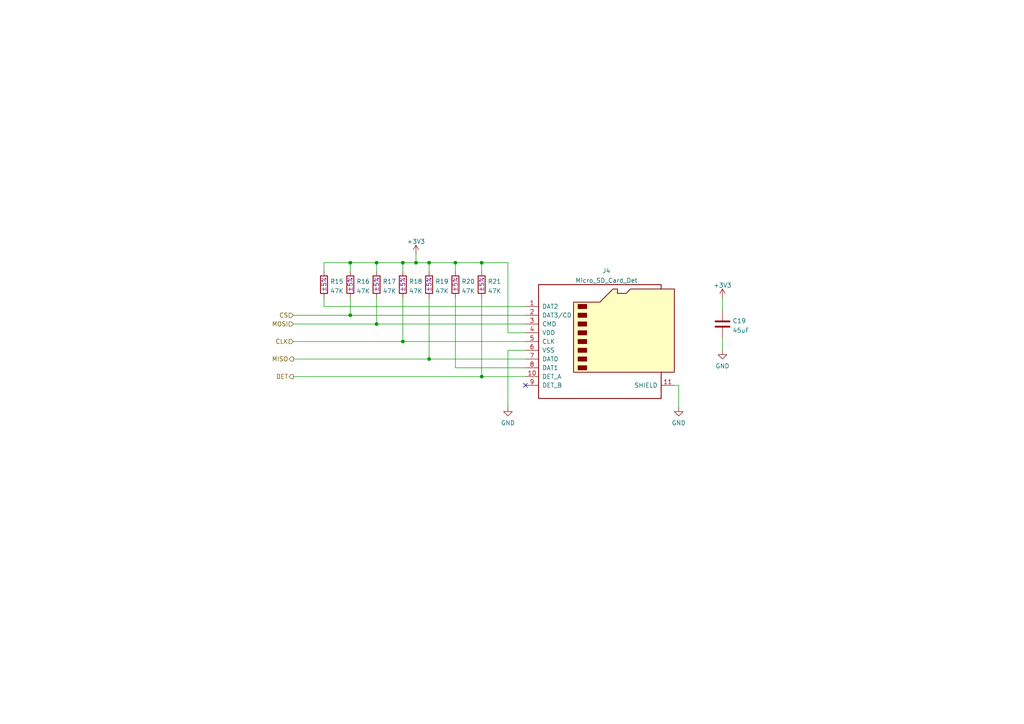
<source format=kicad_sch>
(kicad_sch (version 20211123) (generator eeschema)
  (paper "A4")
  (title_block (title "Main Board") (date "2022-03-19") (rev "V1.1.2") (company "Matthew Nickson") (comment 1 "Licence: CC-BY-SA-4.0"))
  (lib_symbols
    (symbol "Connector:Micro_SD_Card_Det" (pin_names (offset 1.016))
      (property "Reference" "J" (at -16.51 17.78 0))
      (property "Value" "Micro_SD_Card_Det" (at 16.51 17.78 0))
      (symbol "Micro_SD_Card_Det_0_1"
        (rectangle (start -7.62 -6.985) (end -5.08 -8.255) (fill (type outline)))
        (rectangle (start -7.62 -4.445) (end -5.08 -5.715) (fill (type outline)))
        (rectangle (start -7.62 -1.905) (end -5.08 -3.175) (fill (type outline)))
        (rectangle (start -7.62 0.635) (end -5.08 -0.635) (fill (type outline)))
        (rectangle (start -7.62 3.175) (end -5.08 1.905) (fill (type outline)))
        (rectangle (start -7.62 5.715) (end -5.08 4.445) (fill (type outline)))
        (rectangle (start -7.62 8.255) (end -5.08 6.985) (fill (type outline)))
        (rectangle (start -7.62 10.795) (end -5.08 9.525) (fill (type outline)))
        (polyline (pts (xy 16.51 15.24) (xy 16.51 16.51) (xy -19.05 16.51) (xy -19.05 -16.51) (xy 16.51 -16.51) (xy 16.51 -8.89)) (stroke (width 0.254)))
        (polyline (pts (xy -8.89 -8.89) (xy -8.89 11.43) (xy -1.27 11.43) (xy 2.54 15.24) (xy 3.81 15.24) (xy 3.81 13.97) (xy 6.35 13.97) (xy 7.62 15.24) (xy 20.32 15.24) (xy 20.32 -8.89) (xy -8.89 -8.89)) (stroke (width 0.254)) (fill (type background)))
      )
      (symbol "Micro_SD_Card_Det_1_1"
        (pin bidirectional line (at -22.86 10.16 0) (length 3.81) (name "DAT2") (number "1"))
        (pin passive line (at -22.86 -10.16 0) (length 3.81) (name "DET_A") (number "10"))
        (pin passive line (at 20.32 -12.7 180) (length 3.81) (name "SHIELD") (number "11"))
        (pin bidirectional line (at -22.86 7.62 0) (length 3.81) (name "DAT3/CD") (number "2"))
        (pin input line (at -22.86 5.08 0) (length 3.81) (name "CMD") (number "3"))
        (pin power_in line (at -22.86 2.54 0) (length 3.81) (name "VDD") (number "4"))
        (pin input line (at -22.86 0 0) (length 3.81) (name "CLK") (number "5"))
        (pin power_in line (at -22.86 -2.54 0) (length 3.81) (name "VSS") (number "6"))
        (pin bidirectional line (at -22.86 -5.08 0) (length 3.81) (name "DAT0") (number "7"))
        (pin bidirectional line (at -22.86 -7.62 0) (length 3.81) (name "DAT1") (number "8"))
        (pin passive line (at -22.86 -12.7 0) (length 3.81) (name "DET_B") (number "9"))
      )
    )
    (symbol "Device:C" (pin_numbers hide) (pin_names (offset 0.254))
      (property "Reference" "C" (at 0.635 2.54 0))
      (property "Value" "C" (at 0.635 -2.54 0))
      (symbol "C_0_1"
        (polyline (pts (xy -2.032 -0.762) (xy 2.032 -0.762)) (stroke (width 0.508)))
        (polyline (pts (xy -2.032 0.762) (xy 2.032 0.762)) (stroke (width 0.508)))
      )
      (symbol "C_1_1"
        (pin passive line (at 0 3.81 270) (length 2.794) (name "~") (number "1"))
        (pin passive line (at 0 -3.81 90) (length 2.794) (name "~") (number "2"))
      )
    )
    (symbol "Device:R" (pin_numbers hide) (pin_names (offset 0))
      (property "Reference" "R" (at 2.032 0 90))
      (property "Value" "R" (at 0 0 90))
      (symbol "R_0_1"
        (rectangle (start -1.016 -2.54) (end 1.016 2.54) (stroke (width 0.254)))
      )
      (symbol "R_1_1"
        (pin passive line (at 0 3.81 270) (length 1.27) (name "~") (number "1"))
        (pin passive line (at 0 -3.81 90) (length 1.27) (name "~") (number "2"))
      )
    )
    (symbol "power:+3V3" (power) (pin_names (offset 0))
      (property "Value" "+3V3" (at 0 3.556 0))
      (symbol "+3V3_0_1"
        (polyline (pts (xy -0.762 1.27) (xy 0 2.54)))
        (polyline (pts (xy 0 0) (xy 0 2.54)))
        (polyline (pts (xy 0 2.54) (xy 0.762 1.27)))
      )
      (symbol "+3V3_1_1"
        (pin power_in line (at 0 0 90) (length 0) hide (name "+3V3") (number "1"))
      )
    )
    (symbol "power:GND" (power) (pin_names (offset 0))
      (property "Value" "GND" (at 0 -3.81 0))
      (symbol "GND_0_1"
        (polyline (pts (xy 0 0) (xy 0 -1.27) (xy 1.27 -1.27) (xy 0 -2.54) (xy -1.27 -1.27) (xy 0 -1.27)))
      )
      (symbol "GND_1_1"
        (pin power_in line (at 0 0 270) (length 0) hide (name "GND") (number "1"))
      )
    )
  )
  (junction (at 139.7 76.2))
  (junction (at 116.84 99.06))
  (junction (at 109.22 93.98))
  (junction (at 101.6 91.44))
  (junction (at 116.84 76.2))
  (junction (at 124.46 76.2))
  (junction (at 101.6 76.2))
  (junction (at 132.08 76.2))
  (junction (at 139.7 109.22))
  (junction (at 124.46 104.14))
  (junction (at 120.65 76.2))
  (junction (at 109.22 76.2))
  (no_connect (at 152.4 111.76))
  (wire (pts (xy 93.98 86.36) (xy 93.98 88.9)))
  (wire (pts (xy 109.22 76.2) (xy 109.22 78.74)))
  (wire (pts (xy 132.08 76.2) (xy 139.7 76.2)))
  (wire (pts (xy 147.32 96.52) (xy 152.4 96.52)))
  (wire (pts (xy 209.55 97.79) (xy 209.55 101.6)))
  (wire (pts (xy 120.65 73.66) (xy 120.65 76.2)))
  (wire (pts (xy 109.22 76.2) (xy 116.84 76.2)))
  (wire (pts (xy 147.32 76.2) (xy 147.32 96.52)))
  (wire (pts (xy 124.46 76.2) (xy 124.46 78.74)))
  (wire (pts (xy 132.08 86.36) (xy 132.08 106.68)))
  (wire (pts (xy 196.85 111.76) (xy 196.85 118.11)))
  (wire (pts (xy 109.22 86.36) (xy 109.22 93.98)))
  (wire (pts (xy 116.84 76.2) (xy 116.84 78.74)))
  (wire (pts (xy 124.46 76.2) (xy 132.08 76.2)))
  (wire (pts (xy 93.98 76.2) (xy 101.6 76.2)))
  (wire (pts (xy 116.84 86.36) (xy 116.84 99.06)))
  (wire (pts (xy 132.08 76.2) (xy 132.08 78.74)))
  (wire (pts (xy 147.32 101.6) (xy 147.32 118.11)))
  (wire (pts (xy 132.08 106.68) (xy 152.4 106.68)))
  (wire (pts (xy 139.7 86.36) (xy 139.7 109.22)))
  (wire (pts (xy 120.65 76.2) (xy 124.46 76.2)))
  (wire (pts (xy 101.6 91.44) (xy 152.4 91.44)))
  (wire (pts (xy 195.58 111.76) (xy 196.85 111.76)))
  (wire (pts (xy 85.09 109.22) (xy 139.7 109.22)))
  (wire (pts (xy 116.84 99.06) (xy 152.4 99.06)))
  (wire (pts (xy 152.4 101.6) (xy 147.32 101.6)))
  (wire (pts (xy 101.6 86.36) (xy 101.6 91.44)))
  (wire (pts (xy 139.7 76.2) (xy 139.7 78.74)))
  (wire (pts (xy 93.98 78.74) (xy 93.98 76.2)))
  (wire (pts (xy 85.09 93.98) (xy 109.22 93.98)))
  (wire (pts (xy 101.6 76.2) (xy 109.22 76.2)))
  (wire (pts (xy 139.7 109.22) (xy 152.4 109.22)))
  (wire (pts (xy 85.09 91.44) (xy 101.6 91.44)))
  (wire (pts (xy 85.09 104.14) (xy 124.46 104.14)))
  (wire (pts (xy 124.46 104.14) (xy 152.4 104.14)))
  (wire (pts (xy 124.46 86.36) (xy 124.46 104.14)))
  (wire (pts (xy 109.22 93.98) (xy 152.4 93.98)))
  (wire (pts (xy 209.55 86.36) (xy 209.55 90.17)))
  (wire (pts (xy 116.84 76.2) (xy 120.65 76.2)))
  (wire (pts (xy 101.6 76.2) (xy 101.6 78.74)))
  (wire (pts (xy 85.09 99.06) (xy 116.84 99.06)))
  (wire (pts (xy 139.7 76.2) (xy 147.32 76.2)))
  (wire (pts (xy 93.98 88.9) (xy 152.4 88.9)))
  (hierarchical_label "MOSI" (shape input) (at 85.09 93.98 180))
  (hierarchical_label "DET" (shape output) (at 85.09 109.22 180))
  (hierarchical_label "CS" (shape input) (at 85.09 91.44 180))
  (hierarchical_label "MISO" (shape output) (at 85.09 104.14 180))
  (hierarchical_label "CLK" (shape input) (at 85.09 99.06 180))
  (symbol (lib_id "Device:R") (at 116.84 82.55 0) (unit 1)
    (property "Reference" "R18" (at 118.618 81.6415 0) (effects (justify left)))
    (property "Value" "47K" (at 118.618 84.4166 0) (effects (justify left)))
    (property "Footprint" "Resistor_SMD:R_0805_2012Metric" (effects hide))
    (property "Tolerance" "±5%" (at 116.84 82.55 90))
  )
  (symbol (lib_id "power:+3V3") (at 120.65 73.66 0) (unit 1)
    (property "Reference" "#PWR034" (effects hide))
    (property "Value" "+3V3" (at 120.65 70.0555 0))
  )
  (symbol (lib_id "Device:R") (at 132.08 82.55 0) (unit 1)
    (property "Reference" "R20" (at 133.858 81.6415 0) (effects (justify left)))
    (property "Value" "47K" (at 133.858 84.4166 0) (effects (justify left)))
    (property "Footprint" "Resistor_SMD:R_0805_2012Metric" (effects hide))
    (property "Tolerance" "±5%" (at 132.08 82.55 90))
  )
  (symbol (lib_id "power:GND") (at 209.55 101.6 0) (unit 1)
    (property "Reference" "#PWR038" (effects hide))
    (property "Value" "GND" (at 209.55 106.1625 0))
  )
  (symbol (lib_id "Device:R") (at 101.6 82.55 0) (unit 1)
    (property "Reference" "R16" (at 103.378 81.6415 0) (effects (justify left)))
    (property "Value" "47K" (at 103.378 84.4166 0) (effects (justify left)))
    (property "Footprint" "Resistor_SMD:R_0805_2012Metric" (effects hide))
    (property "Tolerance" "±5%" (at 101.6 82.55 90))
  )
  (symbol (lib_id "Device:C") (at 209.55 93.98 0) (unit 1)
    (property "Reference" "C19" (at 212.471 93.0715 0) (effects (justify left)))
    (property "Value" "45uF" (at 212.471 95.8466 0) (effects (justify left)))
    (property "Footprint" "Capacitor_SMD:CP_Elec_4x3" (effects hide))
  )
  (symbol (lib_id "Connector:Micro_SD_Card_Det") (at 175.26 99.06 0) (unit 1)
    (property "Reference" "J4" (at 175.895 78.5835 0))
    (property "Value" "Micro_SD_Card_Det" (at 175.895 81.3586 0))
    (property "Footprint" "Connector_Card:microSD_HC_Molex_104031-0811" (effects hide))
    (property "Datasheet" "https://www.hirose.com/product/en/download_file/key_name/DM3/category/Catalog/doc_file_id/49662/?file_category_id=4&item_id=195&is_series=1" (effects hide))
  )
  (symbol (lib_id "Device:R") (at 109.22 82.55 0) (unit 1)
    (property "Reference" "R17" (at 110.998 81.6415 0) (effects (justify left)))
    (property "Value" "47K" (at 110.998 84.4166 0) (effects (justify left)))
    (property "Footprint" "Resistor_SMD:R_0805_2012Metric" (effects hide))
    (property "Tolerance" "±5%" (at 109.22 82.55 90))
  )
  (symbol (lib_id "Device:R") (at 124.46 82.55 0) (unit 1)
    (property "Reference" "R19" (at 126.238 81.6415 0) (effects (justify left)))
    (property "Value" "47K" (at 126.238 84.4166 0) (effects (justify left)))
    (property "Footprint" "Resistor_SMD:R_0805_2012Metric" (effects hide))
    (property "Tolerance" "±5%" (at 124.46 82.55 90))
  )
  (symbol (lib_id "power:GND") (at 147.32 118.11 0) (unit 1)
    (property "Reference" "#PWR035" (effects hide))
    (property "Value" "GND" (at 147.32 122.6725 0))
  )
  (symbol (lib_id "Device:R") (at 139.7 82.55 0) (unit 1)
    (property "Reference" "R21" (at 141.478 81.6415 0) (effects (justify left)))
    (property "Value" "47K" (at 141.478 84.4166 0) (effects (justify left)))
    (property "Footprint" "Resistor_SMD:R_0805_2012Metric" (effects hide))
    (property "Tolerance" "±5%" (at 139.7 82.55 90))
  )
  (symbol (lib_id "power:GND") (at 196.85 118.11 0) (unit 1)
    (property "Reference" "#PWR036" (effects hide))
    (property "Value" "GND" (at 196.85 122.6725 0))
  )
  (symbol (lib_id "power:+3V3") (at 209.55 86.36 0) (unit 1)
    (property "Reference" "#PWR037" (effects hide))
    (property "Value" "+3V3" (at 209.55 82.7555 0))
  )
  (symbol (lib_id "Device:R") (at 93.98 82.55 0) (unit 1)
    (property "Reference" "R15" (at 95.758 81.6415 0) (effects (justify left)))
    (property "Value" "47K" (at 95.758 84.4166 0) (effects (justify left)))
    (property "Footprint" "Resistor_SMD:R_0805_2012Metric" (effects hide))
    (property "Tolerance" "±5%" (at 93.98 82.55 90))
  )
)
</source>
